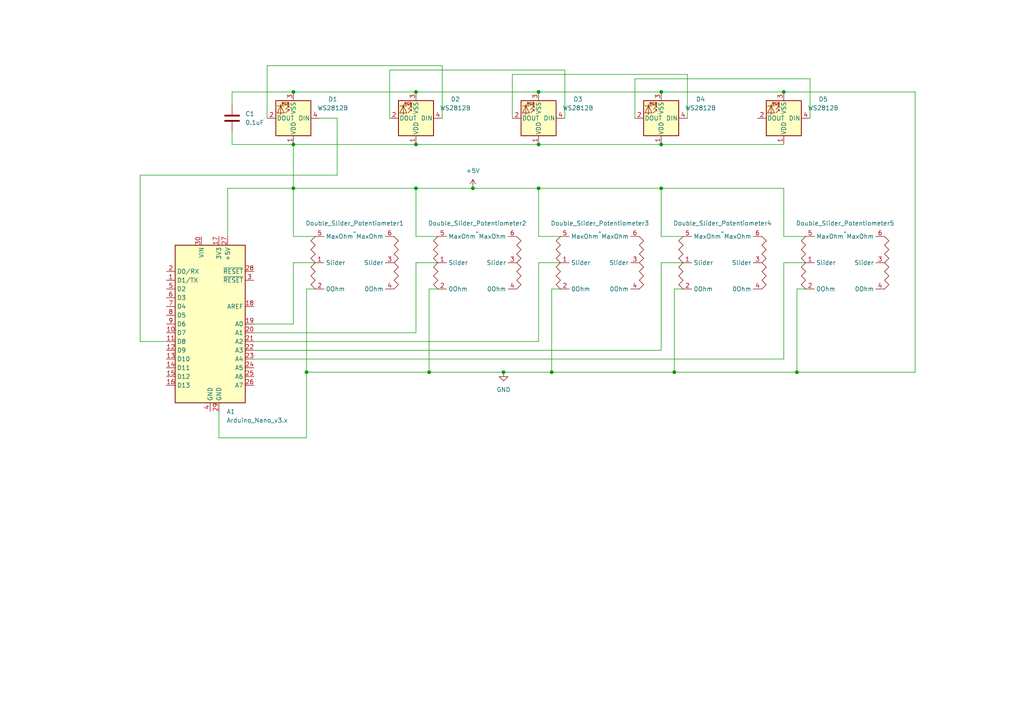
<source format=kicad_sch>
(kicad_sch (version 20231120) (generator "eeschema") (generator_version "8.0")
  (paper "A4")
  (lib_symbols
    (symbol "Device:C" (pin_numbers hide) (pin_names (offset 0.254))
      (property "Reference" "C" (at 0.635 2.54 0))
      (property "Value" "C" (at 0.635 -2.54 0))
      (symbol "C_0_1"
        (polyline (pts (xy -2.032 -0.762) (xy 2.032 -0.762)) (stroke (width 0.508)))
        (polyline (pts (xy -2.032 0.762) (xy 2.032 0.762)) (stroke (width 0.508)))
      )
      (symbol "C_1_1"
        (pin passive line (at 0 3.81 270) (length 2.794) (name "~") (number "1"))
        (pin passive line (at 0 -3.81 90) (length 2.794) (name "~") (number "2"))
      )
    )
    (symbol "LED:WS2812B" (pin_names (offset 0.254))
      (property "Reference" "D" (at 5.08 5.715 0))
      (property "Value" "WS2812B" (at 1.27 -5.715 0))
      (symbol "WS2812B_0_0"
        (text "RGB" (at 2.286 -4.191 0) (effects (font (size 0.762 0.762))))
      )
      (symbol "WS2812B_0_1"
        (polyline (pts (xy 1.27 -3.556) (xy 1.778 -3.556)))
        (polyline (pts (xy 1.27 -2.54) (xy 1.778 -2.54)))
        (polyline (pts (xy 4.699 -3.556) (xy 2.667 -3.556)))
        (polyline (pts (xy 2.286 -2.54) (xy 1.27 -3.556) (xy 1.27 -3.048)))
        (polyline (pts (xy 2.286 -1.524) (xy 1.27 -2.54) (xy 1.27 -2.032)))
        (polyline (pts (xy 3.683 -1.016) (xy 3.683 -3.556) (xy 3.683 -4.064)))
        (polyline (pts (xy 4.699 -1.524) (xy 2.667 -1.524) (xy 3.683 -3.556) (xy 4.699 -1.524)))
        (rectangle (start 5.08 5.08) (end -5.08 -5.08) (stroke (width 0.254)) (fill (type background)))
      )
      (symbol "WS2812B_1_1"
        (pin power_in line (at 0 7.62 270) (length 2.54) (name "VDD") (number "1"))
        (pin output line (at 7.62 0 180) (length 2.54) (name "DOUT") (number "2"))
        (pin power_in line (at 0 -7.62 90) (length 2.54) (name "VSS") (number "3"))
        (pin input line (at -7.62 0 0) (length 2.54) (name "DIN") (number "4"))
      )
    )
    (symbol "MCU_Module:Arduino_Nano_v3.x"
      (property "Reference" "A" (at -10.16 23.495 0))
      (property "Value" "Arduino_Nano_v3.x" (at 5.08 -24.13 0))
      (symbol "Arduino_Nano_v3.x_0_1"
        (rectangle (start -10.16 22.86) (end 10.16 -22.86) (stroke (width 0.254)) (fill (type background)))
      )
      (symbol "Arduino_Nano_v3.x_1_1"
        (pin bidirectional line (at -12.7 12.7 0) (length 2.54) (name "D1/TX") (number "1"))
        (pin bidirectional line (at -12.7 -2.54 0) (length 2.54) (name "D7") (number "10"))
        (pin bidirectional line (at -12.7 -5.08 0) (length 2.54) (name "D8") (number "11"))
        (pin bidirectional line (at -12.7 -7.62 0) (length 2.54) (name "D9") (number "12"))
        (pin bidirectional line (at -12.7 -10.16 0) (length 2.54) (name "D10") (number "13"))
        (pin bidirectional line (at -12.7 -12.7 0) (length 2.54) (name "D11") (number "14"))
        (pin bidirectional line (at -12.7 -15.24 0) (length 2.54) (name "D12") (number "15"))
        (pin bidirectional line (at -12.7 -17.78 0) (length 2.54) (name "D13") (number "16"))
        (pin power_out line (at 2.54 25.4 270) (length 2.54) (name "3V3") (number "17"))
        (pin input line (at 12.7 5.08 180) (length 2.54) (name "AREF") (number "18"))
        (pin bidirectional line (at 12.7 0 180) (length 2.54) (name "A0") (number "19"))
        (pin bidirectional line (at -12.7 15.24 0) (length 2.54) (name "D0/RX") (number "2"))
        (pin bidirectional line (at 12.7 -2.54 180) (length 2.54) (name "A1") (number "20"))
        (pin bidirectional line (at 12.7 -5.08 180) (length 2.54) (name "A2") (number "21"))
        (pin bidirectional line (at 12.7 -7.62 180) (length 2.54) (name "A3") (number "22"))
        (pin bidirectional line (at 12.7 -10.16 180) (length 2.54) (name "A4") (number "23"))
        (pin bidirectional line (at 12.7 -12.7 180) (length 2.54) (name "A5") (number "24"))
        (pin bidirectional line (at 12.7 -15.24 180) (length 2.54) (name "A6") (number "25"))
        (pin bidirectional line (at 12.7 -17.78 180) (length 2.54) (name "A7") (number "26"))
        (pin power_out line (at 5.08 25.4 270) (length 2.54) (name "+5V") (number "27"))
        (pin input line (at 12.7 15.24 180) (length 2.54) (name "~{RESET}") (number "28"))
        (pin power_in line (at 2.54 -25.4 90) (length 2.54) (name "GND") (number "29"))
        (pin input line (at 12.7 12.7 180) (length 2.54) (name "~{RESET}") (number "3"))
        (pin power_in line (at -2.54 25.4 270) (length 2.54) (name "VIN") (number "30"))
        (pin power_in line (at 0 -25.4 90) (length 2.54) (name "GND") (number "4"))
        (pin bidirectional line (at -12.7 10.16 0) (length 2.54) (name "D2") (number "5"))
        (pin bidirectional line (at -12.7 7.62 0) (length 2.54) (name "D3") (number "6"))
        (pin bidirectional line (at -12.7 5.08 0) (length 2.54) (name "D4") (number "7"))
        (pin bidirectional line (at -12.7 2.54 0) (length 2.54) (name "D5") (number "8"))
        (pin bidirectional line (at -12.7 0 0) (length 2.54) (name "D6") (number "9"))
      )
    )
    (symbol "Niks_Symbols:B103_Sliding_Potentiometer"
      (property "Reference" "Double_Slider_Potentiometer" (at 12.7 3.048 90))
      (symbol "B103_Sliding_Potentiometer_0_1"
        (polyline (pts (xy 1.27 6.35) (xy 0 7.62) (xy 1.27 8.89) (xy 0 10.16) (xy 1.27 11.43) (xy 0 12.7) (xy 1.27 13.97)))
        (polyline (pts (xy 1.27 13.97) (xy 0 15.24) (xy 1.27 16.51) (xy 0 17.78) (xy 1.27 19.05) (xy 0 20.32) (xy 1.27 21.59)))
        (polyline (pts (xy 24.13 6.35) (xy 25.4 7.62) (xy 24.13 8.89) (xy 25.4 10.16) (xy 24.13 11.43) (xy 25.4 12.7) (xy 24.13 13.97)))
        (polyline (pts (xy 24.13 13.97) (xy 25.4 15.24) (xy 24.13 16.51) (xy 25.4 17.78) (xy 24.13 19.05) (xy 25.4 20.32) (xy 24.13 21.59)))
      )
      (symbol "B103_Sliding_Potentiometer_1_1"
        (pin bidirectional line (at 1.27 13.97 0) (length 2.54) (name "Slider") (number "1"))
        (pin bidirectional line (at 1.27 6.35 0) (length 2.54) (name "0Ohm") (number "2"))
        (pin bidirectional line (at 24.13 13.97 180) (length 2.54) (name "Slider") (number "3"))
        (pin bidirectional line (at 24.13 6.35 180) (length 2.54) (name "0Ohm") (number "4"))
        (pin bidirectional line (at 1.27 21.59 0) (length 2.54) (name "MaxOhm") (number "5"))
        (pin bidirectional line (at 24.13 21.59 180) (length 2.54) (name "MaxOhm") (number "6"))
      )
    )
    (symbol "power:+5V" (power) (pin_numbers hide) (pin_names (offset 0) hide)
      (property "Value" "+5V" (at 0 3.556 0))
      (symbol "+5V_0_1"
        (polyline (pts (xy -0.762 1.27) (xy 0 2.54)))
        (polyline (pts (xy 0 0) (xy 0 2.54)))
        (polyline (pts (xy 0 2.54) (xy 0.762 1.27)))
      )
      (symbol "+5V_1_1"
        (pin power_in line (at 0 0 90) (length 0) (name "~") (number "1"))
      )
    )
    (symbol "power:GND" (power) (pin_numbers hide) (pin_names (offset 0) hide)
      (property "Value" "GND" (at 0 -3.81 0))
      (symbol "GND_0_1"
        (polyline (pts (xy 0 0) (xy 0 -1.27) (xy 1.27 -1.27) (xy 0 -2.54) (xy -1.27 -1.27) (xy 0 -1.27)))
      )
      (symbol "GND_1_1"
        (pin power_in line (at 0 0 270) (length 0) (name "~") (number "1"))
      )
    )
  )
  (junction (at 85.09 41.91))
  (junction (at 156.21 26.67))
  (junction (at 124.46 107.95))
  (junction (at 137.16 54.61))
  (junction (at 156.21 41.91))
  (junction (at 191.77 41.91))
  (junction (at 231.14 107.95))
  (junction (at 191.77 26.67))
  (junction (at 146.05 107.95))
  (junction (at 120.65 41.91))
  (junction (at 191.77 54.61))
  (junction (at 85.09 54.61))
  (junction (at 227.33 26.67))
  (junction (at 88.9 107.95))
  (junction (at 156.21 54.61))
  (junction (at 120.65 54.61))
  (junction (at 120.65 26.67))
  (junction (at 85.09 26.67))
  (junction (at 195.58 107.95))
  (junction (at 160.02 107.95))
  (wire (pts (xy 73.66 93.98) (xy 85.09 93.98)))
  (wire (pts (xy 233.68 68.58) (xy 227.33 68.58)))
  (wire (pts (xy 162.56 68.58) (xy 156.21 68.58)))
  (wire (pts (xy 97.79 50.8) (xy 97.79 34.29)))
  (wire (pts (xy 85.09 76.2) (xy 91.44 76.2)))
  (wire (pts (xy 160.02 83.82) (xy 160.02 107.95)))
  (wire (pts (xy 97.79 34.29) (xy 92.71 34.29)))
  (wire (pts (xy 195.58 107.95) (xy 231.14 107.95)))
  (wire (pts (xy 73.66 99.06) (xy 156.21 99.06)))
  (wire (pts (xy 120.65 96.52) (xy 120.65 76.2)))
  (wire (pts (xy 88.9 83.82) (xy 88.9 107.95)))
  (wire (pts (xy 40.64 50.8) (xy 40.64 99.06)))
  (wire (pts (xy 227.33 68.58) (xy 227.33 54.61)))
  (wire (pts (xy 48.26 99.06) (xy 40.64 99.06)))
  (wire (pts (xy 156.21 26.67) (xy 191.77 26.67)))
  (wire (pts (xy 91.44 68.58) (xy 85.09 68.58)))
  (wire (pts (xy 191.77 54.61) (xy 156.21 54.61)))
  (wire (pts (xy 85.09 68.58) (xy 85.09 54.61)))
  (wire (pts (xy 113.03 34.29) (xy 113.03 20.32)))
  (wire (pts (xy 198.12 83.82) (xy 195.58 83.82)))
  (wire (pts (xy 113.03 20.32) (xy 163.83 20.32)))
  (wire (pts (xy 124.46 107.95) (xy 146.05 107.95)))
  (wire (pts (xy 85.09 54.61) (xy 120.65 54.61)))
  (wire (pts (xy 85.09 41.91) (xy 85.09 54.61)))
  (wire (pts (xy 124.46 83.82) (xy 124.46 107.95)))
  (wire (pts (xy 227.33 104.14) (xy 227.33 76.2)))
  (wire (pts (xy 73.66 101.6) (xy 191.77 101.6)))
  (wire (pts (xy 156.21 68.58) (xy 156.21 54.61)))
  (wire (pts (xy 227.33 76.2) (xy 233.68 76.2)))
  (wire (pts (xy 88.9 107.95) (xy 124.46 107.95)))
  (wire (pts (xy 184.15 22.86) (xy 234.95 22.86)))
  (wire (pts (xy 199.39 21.59) (xy 199.39 34.29)))
  (wire (pts (xy 231.14 107.95) (xy 265.43 107.95)))
  (wire (pts (xy 73.66 104.14) (xy 227.33 104.14)))
  (wire (pts (xy 227.33 26.67) (xy 265.43 26.67)))
  (wire (pts (xy 191.77 101.6) (xy 191.77 76.2)))
  (wire (pts (xy 146.05 107.95) (xy 160.02 107.95)))
  (wire (pts (xy 137.16 54.61) (xy 120.65 54.61)))
  (wire (pts (xy 63.5 119.38) (xy 63.5 127)))
  (wire (pts (xy 234.95 22.86) (xy 234.95 34.29)))
  (wire (pts (xy 265.43 26.67) (xy 265.43 107.95)))
  (wire (pts (xy 184.15 34.29) (xy 184.15 22.86)))
  (wire (pts (xy 231.14 107.95) (xy 231.14 83.82)))
  (wire (pts (xy 120.65 26.67) (xy 156.21 26.67)))
  (wire (pts (xy 63.5 127) (xy 88.9 127)))
  (wire (pts (xy 191.77 41.91) (xy 227.33 41.91)))
  (wire (pts (xy 160.02 107.95) (xy 195.58 107.95)))
  (wire (pts (xy 195.58 83.82) (xy 195.58 107.95)))
  (wire (pts (xy 191.77 68.58) (xy 191.77 54.61)))
  (wire (pts (xy 67.31 26.67) (xy 67.31 30.48)))
  (wire (pts (xy 67.31 38.1) (xy 67.31 41.91)))
  (wire (pts (xy 120.65 76.2) (xy 127 76.2)))
  (wire (pts (xy 156.21 76.2) (xy 162.56 76.2)))
  (wire (pts (xy 67.31 41.91) (xy 85.09 41.91)))
  (wire (pts (xy 198.12 68.58) (xy 191.77 68.58)))
  (wire (pts (xy 77.47 19.05) (xy 128.27 19.05)))
  (wire (pts (xy 128.27 19.05) (xy 128.27 34.29)))
  (wire (pts (xy 148.59 34.29) (xy 148.59 21.59)))
  (wire (pts (xy 191.77 76.2) (xy 198.12 76.2)))
  (wire (pts (xy 156.21 99.06) (xy 156.21 76.2)))
  (wire (pts (xy 40.64 50.8) (xy 97.79 50.8)))
  (wire (pts (xy 85.09 26.67) (xy 120.65 26.67)))
  (wire (pts (xy 85.09 93.98) (xy 85.09 76.2)))
  (wire (pts (xy 148.59 21.59) (xy 199.39 21.59)))
  (wire (pts (xy 127 83.82) (xy 124.46 83.82)))
  (wire (pts (xy 120.65 68.58) (xy 120.65 54.61)))
  (wire (pts (xy 67.31 26.67) (xy 85.09 26.67)))
  (wire (pts (xy 77.47 34.29) (xy 77.47 19.05)))
  (wire (pts (xy 91.44 83.82) (xy 88.9 83.82)))
  (wire (pts (xy 66.04 54.61) (xy 66.04 68.58)))
  (wire (pts (xy 85.09 54.61) (xy 66.04 54.61)))
  (wire (pts (xy 191.77 26.67) (xy 227.33 26.67)))
  (wire (pts (xy 88.9 127) (xy 88.9 107.95)))
  (wire (pts (xy 156.21 41.91) (xy 191.77 41.91)))
  (wire (pts (xy 120.65 41.91) (xy 156.21 41.91)))
  (wire (pts (xy 163.83 20.32) (xy 163.83 34.29)))
  (wire (pts (xy 85.09 41.91) (xy 120.65 41.91)))
  (wire (pts (xy 231.14 83.82) (xy 233.68 83.82)))
  (wire (pts (xy 156.21 54.61) (xy 137.16 54.61)))
  (wire (pts (xy 127 68.58) (xy 120.65 68.58)))
  (wire (pts (xy 227.33 54.61) (xy 191.77 54.61)))
  (wire (pts (xy 73.66 96.52) (xy 120.65 96.52)))
  (wire (pts (xy 162.56 83.82) (xy 160.02 83.82)))
  (symbol (lib_id "power:+5V") (at 137.16 54.61 0) (unit 1)
    (property "Reference" "#PWR01" (effects (hide yes)))
    (property "Value" "+5V" (at 137.16 49.53 0))
    (property "Description" "Power symbol creates a global label with name \"+5V\"" (effects (hide yes)))
  )
  (symbol (lib_id "LED:WS2812B") (at 227.33 34.29 180) (unit 1)
    (property "Reference" "D5" (at 238.76 28.7938 0))
    (property "Value" "WS2812B" (at 238.76 31.3338 0))
    (property "Footprint" "LED_SMD:LED_WS2812B_PLCC4_5.0x5.0mm_P3.2mm" (effects (hide yes)))
    (property "Datasheet" "https://cdn-shop.adafruit.com/datasheets/WS2812B.pdf" (effects (hide yes)))
    (property "Description" "RGB LED with integrated controller" (effects (hide yes)))
  )
  (symbol (lib_id "Niks_Symbols:B103_Sliding_Potentiometer") (at 125.73 90.17 0) (unit 1)
    (property "Reference" "Double_Slider_Potentiometer2" (at 138.43 64.77 0))
    (property "Value" "~" (at 138.43 67.31 0))
    (property "Footprint" "Niks_Footprints:Potentiometer B103 Slider 75x9.1mm" (effects (hide yes)))
  )
  (symbol (lib_id "Niks_Symbols:B103_Sliding_Potentiometer") (at 161.29 90.17 0) (unit 1)
    (property "Reference" "Double_Slider_Potentiometer3" (at 173.99 64.77 0))
    (property "Value" "~" (at 173.99 67.31 0))
    (property "Footprint" "Niks_Footprints:Potentiometer B103 Slider 75x9.1mm" (effects (hide yes)))
  )
  (symbol (lib_id "Niks_Symbols:B103_Sliding_Potentiometer") (at 196.85 90.17 0) (unit 1)
    (property "Reference" "Double_Slider_Potentiometer4" (at 209.55 64.77 0))
    (property "Value" "~" (at 209.55 67.31 0))
    (property "Footprint" "Niks_Footprints:Potentiometer B103 Slider 75x9.1mm" (effects (hide yes)))
  )
  (symbol (lib_id "power:GND") (at 146.05 107.95 0) (unit 1)
    (property "Reference" "#PWR02" (effects (hide yes)))
    (property "Value" "GND" (at 146.05 113.03 0))
    (property "Description" "Power symbol creates a global label with name \"GND\" , ground" (effects (hide yes)))
  )
  (symbol (lib_id "LED:WS2812B") (at 156.21 34.29 180) (unit 1)
    (property "Reference" "D3" (at 167.64 28.7938 0))
    (property "Value" "WS2812B" (at 167.64 31.3338 0))
    (property "Footprint" "LED_SMD:LED_WS2812B_PLCC4_5.0x5.0mm_P3.2mm" (effects (hide yes)))
    (property "Datasheet" "https://cdn-shop.adafruit.com/datasheets/WS2812B.pdf" (effects (hide yes)))
    (property "Description" "RGB LED with integrated controller" (effects (hide yes)))
  )
  (symbol (lib_id "LED:WS2812B") (at 191.77 34.29 180) (unit 1)
    (property "Reference" "D4" (at 203.2 28.7938 0))
    (property "Value" "WS2812B" (at 203.2 31.3338 0))
    (property "Footprint" "LED_SMD:LED_WS2812B_PLCC4_5.0x5.0mm_P3.2mm" (effects (hide yes)))
    (property "Datasheet" "https://cdn-shop.adafruit.com/datasheets/WS2812B.pdf" (effects (hide yes)))
    (property "Description" "RGB LED with integrated controller" (effects (hide yes)))
  )
  (symbol (lib_id "Device:C") (at 67.31 34.29 0) (unit 1)
    (property "Reference" "C1" (at 71.12 33.0199 0) (effects (justify left)))
    (property "Value" "0.1uF" (at 71.12 35.5599 0) (effects (justify left)))
    (property "Footprint" "Capacitor_SMD:C_1206_3216Metric_Pad1.33x1.80mm_HandSolder" (effects (hide yes)))
    (property "Description" "Unpolarized capacitor" (effects (hide yes)))
  )
  (symbol (lib_id "Niks_Symbols:B103_Sliding_Potentiometer") (at 232.41 90.17 0) (unit 1)
    (property "Reference" "Double_Slider_Potentiometer5" (at 245.11 64.77 0))
    (property "Value" "~" (at 245.11 67.31 0))
    (property "Footprint" "Niks_Footprints:Potentiometer B103 Slider 75x9.1mm" (effects (hide yes)))
  )
  (symbol (lib_id "LED:WS2812B") (at 120.65 34.29 180) (unit 1)
    (property "Reference" "D2" (at 132.08 28.7938 0))
    (property "Value" "WS2812B" (at 132.08 31.3338 0))
    (property "Footprint" "LED_SMD:LED_WS2812B_PLCC4_5.0x5.0mm_P3.2mm" (effects (hide yes)))
    (property "Datasheet" "https://cdn-shop.adafruit.com/datasheets/WS2812B.pdf" (effects (hide yes)))
    (property "Description" "RGB LED with integrated controller" (effects (hide yes)))
  )
  (symbol (lib_id "MCU_Module:Arduino_Nano_v3.x") (at 60.96 93.98 0) (unit 1)
    (property "Reference" "A1" (at 65.6941 119.38 0) (effects (justify left)))
    (property "Value" "Arduino_Nano_v3.x" (at 65.6941 121.92 0) (effects (justify left)))
    (property "Footprint" "Module:Arduino_Nano" (effects (hide yes)))
    (property "Datasheet" "http://www.mouser.com/pdfdocs/Gravitech_Arduino_Nano3_0.pdf" (effects (hide yes)))
    (property "Description" "Arduino Nano v3.x" (effects (hide yes)))
  )
  (symbol (lib_id "Niks_Symbols:B103_Sliding_Potentiometer") (at 90.17 90.17 0) (unit 1)
    (property "Reference" "Double_Slider_Potentiometer1" (at 102.87 64.77 0))
    (property "Value" "~" (at 102.87 67.31 0))
    (property "Footprint" "Niks_Footprints:Potentiometer B103 Slider 75x9.1mm" (effects (hide yes)))
  )
  (symbol (lib_id "LED:WS2812B") (at 85.09 34.29 180) (unit 1)
    (property "Reference" "D1" (at 96.52 28.7938 0))
    (property "Value" "WS2812B" (at 96.52 31.3338 0))
    (property "Footprint" "LED_SMD:LED_WS2812B_PLCC4_5.0x5.0mm_P3.2mm" (effects (hide yes)))
    (property "Datasheet" "https://cdn-shop.adafruit.com/datasheets/WS2812B.pdf" (effects (hide yes)))
    (property "Description" "RGB LED with integrated controller" (effects (hide yes)))
  )
)
</source>
